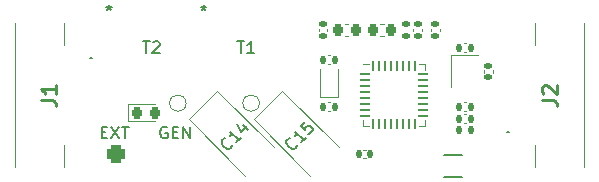
<source format=gto>
%TF.GenerationSoftware,KiCad,Pcbnew,7.0.2*%
%TF.CreationDate,2024-01-22T16:16:07-06:00*%
%TF.ProjectId,imu-harvester,696d752d-6861-4727-9665-737465722e6b,rev?*%
%TF.SameCoordinates,Original*%
%TF.FileFunction,Legend,Top*%
%TF.FilePolarity,Positive*%
%FSLAX46Y46*%
G04 Gerber Fmt 4.6, Leading zero omitted, Abs format (unit mm)*
G04 Created by KiCad (PCBNEW 7.0.2) date 2024-01-22 16:16:07*
%MOMM*%
%LPD*%
G01*
G04 APERTURE LIST*
G04 Aperture macros list*
%AMRoundRect*
0 Rectangle with rounded corners*
0 $1 Rounding radius*
0 $2 $3 $4 $5 $6 $7 $8 $9 X,Y pos of 4 corners*
0 Add a 4 corners polygon primitive as box body*
4,1,4,$2,$3,$4,$5,$6,$7,$8,$9,$2,$3,0*
0 Add four circle primitives for the rounded corners*
1,1,$1+$1,$2,$3*
1,1,$1+$1,$4,$5*
1,1,$1+$1,$6,$7*
1,1,$1+$1,$8,$9*
0 Add four rect primitives between the rounded corners*
20,1,$1+$1,$2,$3,$4,$5,0*
20,1,$1+$1,$4,$5,$6,$7,0*
20,1,$1+$1,$6,$7,$8,$9,0*
20,1,$1+$1,$8,$9,$2,$3,0*%
%AMFreePoly0*
4,1,26,0.699997,0.700000,0.700000,0.700000,0.700000,-0.700000,0.699997,-0.700000,0.699997,-0.911152,0.653973,-0.964913,0.609621,-1.019924,0.566962,-1.076143,0.526018,-1.133531,0.486810,-1.192047,0.449359,-1.251651,0.413686,-1.312301,0.379814,-1.373958,0.347763,-1.436582,0.317555,-1.500131,0.289212,-1.564566,0.262754,-1.629846,0.238203,-1.695931,0.215581,-1.762780,0.194908,-1.830353,
0.176207,-1.898609,-0.700006,-1.898365,-0.700006,0.300579,-0.300009,0.700115,0.699997,0.700115,0.699997,0.700000,0.699997,0.700000,$1*%
%AMFreePoly1*
4,1,25,0.699200,0.700000,0.700000,0.700000,0.700000,-0.700000,-0.700000,-0.700000,-0.700000,0.700000,-0.699576,0.700000,-0.699512,0.912553,-0.653489,0.966317,-0.609138,1.021329,-0.566481,1.077549,-0.525540,1.134937,-0.486338,1.193452,-0.448896,1.253055,-0.413237,1.313705,-0.379383,1.375360,-0.347355,1.437982,-0.317176,1.501530,-0.288869,1.565964,-0.262454,1.631242,-0.237954,1.697326,
-0.215391,1.764174,-0.194788,1.831746,-0.176166,1.900002,0.699200,1.900002,0.699200,0.700000,0.699200,0.700000,$1*%
%AMFreePoly2*
4,1,23,0.967663,0.653979,1.022682,0.609627,1.078909,0.566968,1.136302,0.526024,1.194822,0.486816,1.254428,0.449364,1.315081,0.413692,1.376740,0.379820,1.439365,0.347769,1.502915,0.317561,1.567351,0.289218,1.632633,0.262760,1.698720,0.238209,1.765572,0.215587,1.833148,0.194914,1.901409,0.176213,1.901409,-0.700000,-0.700000,-0.700000,-0.700000,0.700000,-0.697498,0.700000,
-0.697498,0.700003,0.913891,0.700003,0.967663,0.653979,0.967663,0.653979,$1*%
%AMFreePoly3*
4,1,25,0.702160,-0.912547,0.656137,-0.966310,0.611787,-1.021322,0.569130,-1.077542,0.528190,-1.134930,0.488988,-1.193445,0.451546,-1.253047,0.415885,-1.313697,0.382027,-1.375353,0.349994,-1.437975,0.319808,-1.501523,0.291490,-1.565956,0.265063,-1.631235,0.240548,-1.697319,0.217966,-1.764167,0.197341,-1.831740,0.178692,-1.899996,-0.696735,-1.899996,-0.696735,-0.700000,-0.700000,-0.700000,
-0.700000,0.700000,-0.696735,0.700000,-0.696735,0.700006,0.702526,0.700006,0.702160,-0.912547,0.702160,-0.912547,$1*%
G04 Aperture macros list end*
%ADD10C,0.150000*%
%ADD11C,0.254000*%
%ADD12C,0.120000*%
%ADD13C,0.100000*%
%ADD14C,0.200000*%
%ADD15C,0.152400*%
%ADD16FreePoly0,0.000000*%
%ADD17FreePoly1,90.000000*%
%ADD18FreePoly2,90.000000*%
%ADD19FreePoly3,90.000000*%
%ADD20RoundRect,0.140000X0.170000X-0.140000X0.170000X0.140000X-0.170000X0.140000X-0.170000X-0.140000X0*%
%ADD21R,1.100000X0.600000*%
%ADD22RoundRect,0.062500X-0.337500X-0.062500X0.337500X-0.062500X0.337500X0.062500X-0.337500X0.062500X0*%
%ADD23RoundRect,0.062500X-0.062500X-0.337500X0.062500X-0.337500X0.062500X0.337500X-0.062500X0.337500X0*%
%ADD24R,3.600000X3.600000*%
%ADD25RoundRect,0.140000X0.140000X0.170000X-0.140000X0.170000X-0.140000X-0.170000X0.140000X-0.170000X0*%
%ADD26C,1.000000*%
%ADD27RoundRect,0.250000X-1.210920X-0.097227X-0.097227X-1.210920X1.210920X0.097227X0.097227X1.210920X0*%
%ADD28RoundRect,0.147500X-0.172500X0.147500X-0.172500X-0.147500X0.172500X-0.147500X0.172500X0.147500X0*%
%ADD29RoundRect,0.400000X-0.400000X-0.400000X0.400000X-0.400000X0.400000X0.400000X-0.400000X0.400000X0*%
%ADD30C,1.600000*%
%ADD31RoundRect,0.218750X-0.218750X-0.256250X0.218750X-0.256250X0.218750X0.256250X-0.218750X0.256250X0*%
%ADD32RoundRect,0.225000X0.225000X0.250000X-0.225000X0.250000X-0.225000X-0.250000X0.225000X-0.250000X0*%
%ADD33R,1.600000X0.800000*%
%ADD34R,3.000000X2.100000*%
%ADD35RoundRect,0.140000X-0.170000X0.140000X-0.170000X-0.140000X0.170000X-0.140000X0.170000X0.140000X0*%
%ADD36RoundRect,0.147500X-0.147500X-0.172500X0.147500X-0.172500X0.147500X0.172500X-0.147500X0.172500X0*%
%ADD37RoundRect,0.140000X-0.140000X-0.170000X0.140000X-0.170000X0.140000X0.170000X-0.140000X0.170000X0*%
%ADD38R,0.800000X0.900000*%
%ADD39R,0.863600X1.600200*%
G04 APERTURE END LIST*
D10*
X189785714Y-57725238D02*
X189690476Y-57677619D01*
X189690476Y-57677619D02*
X189547619Y-57677619D01*
X189547619Y-57677619D02*
X189404762Y-57725238D01*
X189404762Y-57725238D02*
X189309524Y-57820476D01*
X189309524Y-57820476D02*
X189261905Y-57915714D01*
X189261905Y-57915714D02*
X189214286Y-58106190D01*
X189214286Y-58106190D02*
X189214286Y-58249047D01*
X189214286Y-58249047D02*
X189261905Y-58439523D01*
X189261905Y-58439523D02*
X189309524Y-58534761D01*
X189309524Y-58534761D02*
X189404762Y-58630000D01*
X189404762Y-58630000D02*
X189547619Y-58677619D01*
X189547619Y-58677619D02*
X189642857Y-58677619D01*
X189642857Y-58677619D02*
X189785714Y-58630000D01*
X189785714Y-58630000D02*
X189833333Y-58582380D01*
X189833333Y-58582380D02*
X189833333Y-58249047D01*
X189833333Y-58249047D02*
X189642857Y-58249047D01*
X190261905Y-58153809D02*
X190595238Y-58153809D01*
X190738095Y-58677619D02*
X190261905Y-58677619D01*
X190261905Y-58677619D02*
X190261905Y-57677619D01*
X190261905Y-57677619D02*
X190738095Y-57677619D01*
X191166667Y-58677619D02*
X191166667Y-57677619D01*
X191166667Y-57677619D02*
X191738095Y-58677619D01*
X191738095Y-58677619D02*
X191738095Y-57677619D01*
X184238095Y-58153809D02*
X184571428Y-58153809D01*
X184714285Y-58677619D02*
X184238095Y-58677619D01*
X184238095Y-58677619D02*
X184238095Y-57677619D01*
X184238095Y-57677619D02*
X184714285Y-57677619D01*
X185047619Y-57677619D02*
X185714285Y-58677619D01*
X185714285Y-57677619D02*
X185047619Y-58677619D01*
X185952381Y-57677619D02*
X186523809Y-57677619D01*
X186238095Y-58677619D02*
X186238095Y-57677619D01*
X187738095Y-50462619D02*
X188309523Y-50462619D01*
X188023809Y-51462619D02*
X188023809Y-50462619D01*
X188595238Y-50557857D02*
X188642857Y-50510238D01*
X188642857Y-50510238D02*
X188738095Y-50462619D01*
X188738095Y-50462619D02*
X188976190Y-50462619D01*
X188976190Y-50462619D02*
X189071428Y-50510238D01*
X189071428Y-50510238D02*
X189119047Y-50557857D01*
X189119047Y-50557857D02*
X189166666Y-50653095D01*
X189166666Y-50653095D02*
X189166666Y-50748333D01*
X189166666Y-50748333D02*
X189119047Y-50891190D01*
X189119047Y-50891190D02*
X188547619Y-51462619D01*
X188547619Y-51462619D02*
X189166666Y-51462619D01*
X184880952Y-47377619D02*
X184880952Y-47615714D01*
X184642857Y-47520476D02*
X184880952Y-47615714D01*
X184880952Y-47615714D02*
X185119047Y-47520476D01*
X184738095Y-47806190D02*
X184880952Y-47615714D01*
X184880952Y-47615714D02*
X185023809Y-47806190D01*
X195305208Y-59214346D02*
X195305208Y-59281689D01*
X195305208Y-59281689D02*
X195237865Y-59416376D01*
X195237865Y-59416376D02*
X195170521Y-59483720D01*
X195170521Y-59483720D02*
X195035834Y-59551063D01*
X195035834Y-59551063D02*
X194901147Y-59551063D01*
X194901147Y-59551063D02*
X194800132Y-59517392D01*
X194800132Y-59517392D02*
X194631773Y-59416376D01*
X194631773Y-59416376D02*
X194530758Y-59315361D01*
X194530758Y-59315361D02*
X194429743Y-59147002D01*
X194429743Y-59147002D02*
X194396071Y-59045987D01*
X194396071Y-59045987D02*
X194396071Y-58911300D01*
X194396071Y-58911300D02*
X194463415Y-58776613D01*
X194463415Y-58776613D02*
X194530758Y-58709269D01*
X194530758Y-58709269D02*
X194665445Y-58641926D01*
X194665445Y-58641926D02*
X194732789Y-58641926D01*
X196045987Y-58608254D02*
X195641926Y-59012315D01*
X195843956Y-58810285D02*
X195136850Y-58103178D01*
X195136850Y-58103178D02*
X195170521Y-58271537D01*
X195170521Y-58271537D02*
X195170521Y-58406224D01*
X195170521Y-58406224D02*
X195136850Y-58507239D01*
X196180674Y-57530758D02*
X196652078Y-58002163D01*
X195742941Y-57429743D02*
X196079659Y-58103178D01*
X196079659Y-58103178D02*
X196517391Y-57665445D01*
X195738095Y-50462619D02*
X196309523Y-50462619D01*
X196023809Y-51462619D02*
X196023809Y-50462619D01*
X197166666Y-51462619D02*
X196595238Y-51462619D01*
X196880952Y-51462619D02*
X196880952Y-50462619D01*
X196880952Y-50462619D02*
X196785714Y-50605476D01*
X196785714Y-50605476D02*
X196690476Y-50700714D01*
X196690476Y-50700714D02*
X196595238Y-50748333D01*
X192880952Y-47377619D02*
X192880952Y-47615714D01*
X192642857Y-47520476D02*
X192880952Y-47615714D01*
X192880952Y-47615714D02*
X193119047Y-47520476D01*
X192738095Y-47806190D02*
X192880952Y-47615714D01*
X192880952Y-47615714D02*
X193023809Y-47806190D01*
X200805208Y-59214346D02*
X200805208Y-59281689D01*
X200805208Y-59281689D02*
X200737865Y-59416376D01*
X200737865Y-59416376D02*
X200670521Y-59483720D01*
X200670521Y-59483720D02*
X200535834Y-59551063D01*
X200535834Y-59551063D02*
X200401147Y-59551063D01*
X200401147Y-59551063D02*
X200300132Y-59517392D01*
X200300132Y-59517392D02*
X200131773Y-59416376D01*
X200131773Y-59416376D02*
X200030758Y-59315361D01*
X200030758Y-59315361D02*
X199929743Y-59147002D01*
X199929743Y-59147002D02*
X199896071Y-59045987D01*
X199896071Y-59045987D02*
X199896071Y-58911300D01*
X199896071Y-58911300D02*
X199963415Y-58776613D01*
X199963415Y-58776613D02*
X200030758Y-58709269D01*
X200030758Y-58709269D02*
X200165445Y-58641926D01*
X200165445Y-58641926D02*
X200232789Y-58641926D01*
X201545987Y-58608254D02*
X201141926Y-59012315D01*
X201343956Y-58810285D02*
X200636850Y-58103178D01*
X200636850Y-58103178D02*
X200670521Y-58271537D01*
X200670521Y-58271537D02*
X200670521Y-58406224D01*
X200670521Y-58406224D02*
X200636850Y-58507239D01*
X201478643Y-57261384D02*
X201141926Y-57598102D01*
X201141926Y-57598102D02*
X201444972Y-57968491D01*
X201444972Y-57968491D02*
X201444972Y-57901147D01*
X201444972Y-57901147D02*
X201478643Y-57800132D01*
X201478643Y-57800132D02*
X201647002Y-57631773D01*
X201647002Y-57631773D02*
X201748017Y-57598102D01*
X201748017Y-57598102D02*
X201815361Y-57598102D01*
X201815361Y-57598102D02*
X201916376Y-57631773D01*
X201916376Y-57631773D02*
X202084735Y-57800132D01*
X202084735Y-57800132D02*
X202118407Y-57901147D01*
X202118407Y-57901147D02*
X202118407Y-57968491D01*
X202118407Y-57968491D02*
X202084735Y-58069506D01*
X202084735Y-58069506D02*
X201916376Y-58237865D01*
X201916376Y-58237865D02*
X201815361Y-58271537D01*
X201815361Y-58271537D02*
X201748017Y-58271537D01*
D11*
X179117526Y-55423332D02*
X180024669Y-55423332D01*
X180024669Y-55423332D02*
X180206097Y-55483809D01*
X180206097Y-55483809D02*
X180327050Y-55604761D01*
X180327050Y-55604761D02*
X180387526Y-55786190D01*
X180387526Y-55786190D02*
X180387526Y-55907142D01*
X180387526Y-54153332D02*
X180387526Y-54879047D01*
X180387526Y-54516190D02*
X179117526Y-54516190D01*
X179117526Y-54516190D02*
X179298954Y-54637142D01*
X179298954Y-54637142D02*
X179419907Y-54758094D01*
X179419907Y-54758094D02*
X179480383Y-54879047D01*
X221517526Y-55423332D02*
X222424669Y-55423332D01*
X222424669Y-55423332D02*
X222606097Y-55483809D01*
X222606097Y-55483809D02*
X222727050Y-55604761D01*
X222727050Y-55604761D02*
X222787526Y-55786190D01*
X222787526Y-55786190D02*
X222787526Y-55907142D01*
X221638478Y-54879047D02*
X221578002Y-54818571D01*
X221578002Y-54818571D02*
X221517526Y-54697618D01*
X221517526Y-54697618D02*
X221517526Y-54395237D01*
X221517526Y-54395237D02*
X221578002Y-54274285D01*
X221578002Y-54274285D02*
X221638478Y-54213809D01*
X221638478Y-54213809D02*
X221759430Y-54153332D01*
X221759430Y-54153332D02*
X221880383Y-54153332D01*
X221880383Y-54153332D02*
X222061811Y-54213809D01*
X222061811Y-54213809D02*
X222787526Y-54939523D01*
X222787526Y-54939523D02*
X222787526Y-54153332D01*
D12*
X210640000Y-49607836D02*
X210640000Y-49392164D01*
X211360000Y-49607836D02*
X211360000Y-49392164D01*
X202700000Y-55200000D02*
X204300000Y-55200000D01*
X204300000Y-55200000D02*
X204300000Y-52800000D01*
X202700000Y-52800000D02*
X202700000Y-55200000D01*
X206390000Y-57610000D02*
X206390000Y-57135000D01*
X206865000Y-52390000D02*
X206390000Y-52390000D01*
X206865000Y-57610000D02*
X206390000Y-57610000D01*
X211135000Y-52390000D02*
X211610000Y-52390000D01*
X211135000Y-57610000D02*
X211610000Y-57610000D01*
X211610000Y-52390000D02*
X211610000Y-52865000D01*
X211610000Y-57610000D02*
X211610000Y-57135000D01*
X215107836Y-51360000D02*
X214892164Y-51360000D01*
X215107836Y-50640000D02*
X214892164Y-50640000D01*
X197600000Y-55700000D02*
G75*
G03*
X197600000Y-55700000I-700000J0D01*
G01*
X194050431Y-54632126D02*
X191632126Y-57050431D01*
X191632126Y-57050431D02*
X196412168Y-61830473D01*
X198830473Y-59412168D02*
X194050431Y-54632126D01*
X203607836Y-56360000D02*
X203392164Y-56360000D01*
X203607836Y-55640000D02*
X203392164Y-55640000D01*
X202640000Y-49607836D02*
X202640000Y-49392164D01*
X203360000Y-49607836D02*
X203360000Y-49392164D01*
X207837221Y-48990000D02*
X208162779Y-48990000D01*
X207837221Y-50010000D02*
X208162779Y-50010000D01*
X205140580Y-50010000D02*
X204859420Y-50010000D01*
X205140580Y-48990000D02*
X204859420Y-48990000D01*
X206607836Y-60360000D02*
X206392164Y-60360000D01*
X206607836Y-59640000D02*
X206392164Y-59640000D01*
X199550431Y-54632126D02*
X197132126Y-57050431D01*
X197132126Y-57050431D02*
X201912168Y-61830473D01*
X204330473Y-59412168D02*
X199550431Y-54632126D01*
X191400000Y-55700000D02*
G75*
G03*
X191400000Y-55700000I-700000J0D01*
G01*
X186515000Y-55765000D02*
X186515000Y-57235000D01*
X186515000Y-57235000D02*
X188800000Y-57235000D01*
X188800000Y-55765000D02*
X186515000Y-55765000D01*
D13*
X181100000Y-48875000D02*
X181100000Y-48875000D01*
X181100000Y-48875000D02*
X181100000Y-50750000D01*
X176900000Y-48875000D02*
X176900000Y-48875000D01*
X176900000Y-48875000D02*
X176900000Y-61125000D01*
X181100000Y-50750000D02*
X181100000Y-48875000D01*
X181100000Y-50750000D02*
X181100000Y-50750000D01*
D14*
X183400000Y-51875000D02*
X183400000Y-51875000D01*
X183400000Y-51875000D02*
X183400000Y-51875000D01*
X183300000Y-51875000D02*
X183300000Y-51875000D01*
D13*
X181100000Y-59250000D02*
X181100000Y-59250000D01*
X181100000Y-59250000D02*
X181100000Y-61125000D01*
X181100000Y-61125000D02*
X181100000Y-59250000D01*
X181100000Y-61125000D02*
X181100000Y-61125000D01*
X176900000Y-61125000D02*
X176900000Y-48875000D01*
X176900000Y-61125000D02*
X176900000Y-61125000D01*
D14*
X183300000Y-51875000D02*
G75*
G03*
X183400000Y-51875000I50000J0D01*
G01*
X183400000Y-51875000D02*
G75*
G03*
X183300000Y-51875000I-50000J0D01*
G01*
X183400000Y-51875000D02*
G75*
G03*
X183300000Y-51875000I-50000J0D01*
G01*
D12*
X203607836Y-52360000D02*
X203392164Y-52360000D01*
X203607836Y-51640000D02*
X203392164Y-51640000D01*
X217360000Y-52892164D02*
X217360000Y-53107836D01*
X216640000Y-52892164D02*
X216640000Y-53107836D01*
D13*
X220900000Y-61125000D02*
X220900000Y-61125000D01*
X220900000Y-61125000D02*
X220900000Y-59250000D01*
X225100000Y-61125000D02*
X225100000Y-61125000D01*
X225100000Y-61125000D02*
X225100000Y-48875000D01*
X220900000Y-59250000D02*
X220900000Y-61125000D01*
X220900000Y-59250000D02*
X220900000Y-59250000D01*
D14*
X218600000Y-58125000D02*
X218600000Y-58125000D01*
X218600000Y-58125000D02*
X218600000Y-58125000D01*
X218700000Y-58125000D02*
X218700000Y-58125000D01*
D13*
X220900000Y-50750000D02*
X220900000Y-50750000D01*
X220900000Y-50750000D02*
X220900000Y-48875000D01*
X220900000Y-48875000D02*
X220900000Y-50750000D01*
X220900000Y-48875000D02*
X220900000Y-48875000D01*
X225100000Y-48875000D02*
X225100000Y-61125000D01*
X225100000Y-48875000D02*
X225100000Y-48875000D01*
D14*
X218700000Y-58125000D02*
G75*
G03*
X218600000Y-58125000I-50000J0D01*
G01*
X218600000Y-58125000D02*
G75*
G03*
X218700000Y-58125000I50000J0D01*
G01*
X218600000Y-58125000D02*
G75*
G03*
X218700000Y-58125000I50000J0D01*
G01*
D12*
X212140000Y-49607836D02*
X212140000Y-49392164D01*
X212860000Y-49607836D02*
X212860000Y-49392164D01*
X214892164Y-55640000D02*
X215107836Y-55640000D01*
X214892164Y-56360000D02*
X215107836Y-56360000D01*
X214892164Y-56640000D02*
X215107836Y-56640000D01*
X214892164Y-57360000D02*
X215107836Y-57360000D01*
X216150000Y-51650000D02*
X213850000Y-51650000D01*
X213850000Y-51650000D02*
X213850000Y-54350000D01*
D15*
X214784451Y-60072900D02*
X213215549Y-60072900D01*
X213215549Y-61927100D02*
X214784451Y-61927100D01*
%LPC*%
D16*
X186000000Y-49000000D03*
D17*
X191000000Y-49000000D03*
D18*
X191000000Y-54000000D03*
D19*
X186000000Y-54000000D03*
D20*
X211000000Y-49980000D03*
X211000000Y-49020000D03*
D21*
X203500000Y-54700000D03*
X203500000Y-53300000D03*
D22*
X206550000Y-53250000D03*
X206550000Y-53750000D03*
X206550000Y-54250000D03*
X206550000Y-54750000D03*
X206550000Y-55250000D03*
X206550000Y-55750000D03*
X206550000Y-56250000D03*
X206550000Y-56750000D03*
D23*
X207250000Y-57450000D03*
X207750000Y-57450000D03*
X208250000Y-57450000D03*
X208750000Y-57450000D03*
X209250000Y-57450000D03*
X209750000Y-57450000D03*
X210250000Y-57450000D03*
X210750000Y-57450000D03*
D22*
X211450000Y-56750000D03*
X211450000Y-56250000D03*
X211450000Y-55750000D03*
X211450000Y-55250000D03*
X211450000Y-54750000D03*
X211450000Y-54250000D03*
X211450000Y-53750000D03*
X211450000Y-53250000D03*
D23*
X210750000Y-52550000D03*
X210250000Y-52550000D03*
X209750000Y-52550000D03*
X209250000Y-52550000D03*
X208750000Y-52550000D03*
X208250000Y-52550000D03*
X207750000Y-52550000D03*
X207250000Y-52550000D03*
D24*
X209000000Y-55000000D03*
D25*
X215480000Y-51000000D03*
X214520000Y-51000000D03*
D26*
X196900000Y-55700000D03*
D27*
X193758750Y-56758750D03*
X197241250Y-60241250D03*
D28*
X210000000Y-49015000D03*
X210000000Y-49985000D03*
D25*
X203980000Y-56000000D03*
X203020000Y-56000000D03*
D29*
X185500000Y-60000000D03*
D30*
X188000000Y-60000000D03*
X190500000Y-60000000D03*
D20*
X203000000Y-49980000D03*
X203000000Y-49020000D03*
D31*
X207212500Y-49500000D03*
X208787500Y-49500000D03*
D32*
X205775000Y-49500000D03*
X204225000Y-49500000D03*
D16*
X194000000Y-49000000D03*
D17*
X199000000Y-49000000D03*
D18*
X199000000Y-54000000D03*
D19*
X194000000Y-54000000D03*
D25*
X206980000Y-60000000D03*
X206020000Y-60000000D03*
D27*
X199258750Y-56758750D03*
X202741250Y-60241250D03*
D26*
X190700000Y-55700000D03*
D31*
X187212500Y-56500000D03*
X188787500Y-56500000D03*
D33*
X181900000Y-51875000D03*
X181900000Y-53125000D03*
X181900000Y-54375000D03*
X181900000Y-55625000D03*
X181900000Y-56875000D03*
X181900000Y-58125000D03*
D34*
X179000000Y-49325000D03*
X179000000Y-60675000D03*
D25*
X203980000Y-52000000D03*
X203020000Y-52000000D03*
D35*
X217000000Y-52520000D03*
X217000000Y-53480000D03*
D36*
X214515000Y-58000000D03*
X215485000Y-58000000D03*
D33*
X220100000Y-58125000D03*
X220100000Y-56875000D03*
X220100000Y-55625000D03*
X220100000Y-54375000D03*
X220100000Y-53125000D03*
X220100000Y-51875000D03*
D34*
X223000000Y-60675000D03*
X223000000Y-49325000D03*
D20*
X212500000Y-49980000D03*
X212500000Y-49020000D03*
D37*
X214520000Y-56000000D03*
X215480000Y-56000000D03*
X214520000Y-57000000D03*
X215480000Y-57000000D03*
D38*
X214450000Y-52300000D03*
X214450000Y-53700000D03*
X215550000Y-53700000D03*
X215550000Y-52300000D03*
D39*
X215523801Y-61000000D03*
X212476199Y-61000000D03*
%LPD*%
M02*

</source>
